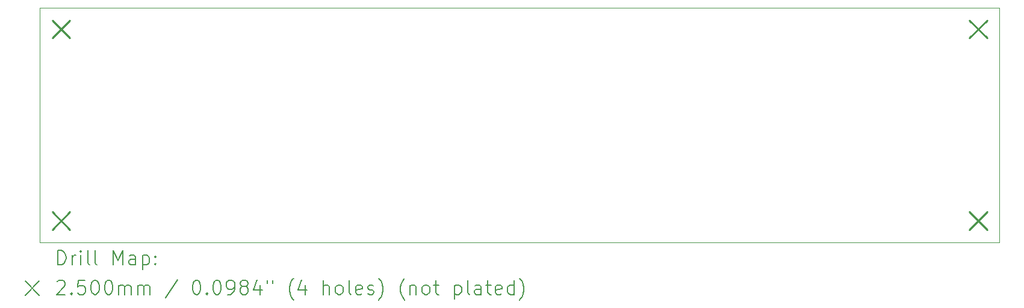
<source format=gbr>
%TF.GenerationSoftware,KiCad,Pcbnew,7.0.5*%
%TF.CreationDate,2023-07-11T17:47:13+06:00*%
%TF.ProjectId,Meteo_braslet,4d657465-6f5f-4627-9261-736c65742e6b,rev?*%
%TF.SameCoordinates,Original*%
%TF.FileFunction,Drillmap*%
%TF.FilePolarity,Positive*%
%FSLAX45Y45*%
G04 Gerber Fmt 4.5, Leading zero omitted, Abs format (unit mm)*
G04 Created by KiCad (PCBNEW 7.0.5) date 2023-07-11 17:47:13*
%MOMM*%
%LPD*%
G01*
G04 APERTURE LIST*
%ADD10C,0.100000*%
%ADD11C,0.200000*%
%ADD12C,0.250000*%
G04 APERTURE END LIST*
D10*
X3300000Y-3500000D02*
X16800000Y-3500000D01*
X16800000Y-6800000D01*
X3300000Y-6800000D01*
X3300000Y-3500000D01*
D11*
D12*
X3475000Y-3675000D02*
X3725000Y-3925000D01*
X3725000Y-3675000D02*
X3475000Y-3925000D01*
X3475000Y-6375000D02*
X3725000Y-6625000D01*
X3725000Y-6375000D02*
X3475000Y-6625000D01*
X16375000Y-3675000D02*
X16625000Y-3925000D01*
X16625000Y-3675000D02*
X16375000Y-3925000D01*
X16375000Y-6375000D02*
X16625000Y-6625000D01*
X16625000Y-6375000D02*
X16375000Y-6625000D01*
D11*
X3555777Y-7116484D02*
X3555777Y-6916484D01*
X3555777Y-6916484D02*
X3603396Y-6916484D01*
X3603396Y-6916484D02*
X3631967Y-6926008D01*
X3631967Y-6926008D02*
X3651015Y-6945055D01*
X3651015Y-6945055D02*
X3660539Y-6964103D01*
X3660539Y-6964103D02*
X3670062Y-7002198D01*
X3670062Y-7002198D02*
X3670062Y-7030769D01*
X3670062Y-7030769D02*
X3660539Y-7068865D01*
X3660539Y-7068865D02*
X3651015Y-7087912D01*
X3651015Y-7087912D02*
X3631967Y-7106960D01*
X3631967Y-7106960D02*
X3603396Y-7116484D01*
X3603396Y-7116484D02*
X3555777Y-7116484D01*
X3755777Y-7116484D02*
X3755777Y-6983150D01*
X3755777Y-7021246D02*
X3765301Y-7002198D01*
X3765301Y-7002198D02*
X3774824Y-6992674D01*
X3774824Y-6992674D02*
X3793872Y-6983150D01*
X3793872Y-6983150D02*
X3812920Y-6983150D01*
X3879586Y-7116484D02*
X3879586Y-6983150D01*
X3879586Y-6916484D02*
X3870062Y-6926008D01*
X3870062Y-6926008D02*
X3879586Y-6935531D01*
X3879586Y-6935531D02*
X3889110Y-6926008D01*
X3889110Y-6926008D02*
X3879586Y-6916484D01*
X3879586Y-6916484D02*
X3879586Y-6935531D01*
X4003396Y-7116484D02*
X3984348Y-7106960D01*
X3984348Y-7106960D02*
X3974824Y-7087912D01*
X3974824Y-7087912D02*
X3974824Y-6916484D01*
X4108158Y-7116484D02*
X4089110Y-7106960D01*
X4089110Y-7106960D02*
X4079586Y-7087912D01*
X4079586Y-7087912D02*
X4079586Y-6916484D01*
X4336729Y-7116484D02*
X4336729Y-6916484D01*
X4336729Y-6916484D02*
X4403396Y-7059341D01*
X4403396Y-7059341D02*
X4470063Y-6916484D01*
X4470063Y-6916484D02*
X4470063Y-7116484D01*
X4651015Y-7116484D02*
X4651015Y-7011722D01*
X4651015Y-7011722D02*
X4641491Y-6992674D01*
X4641491Y-6992674D02*
X4622444Y-6983150D01*
X4622444Y-6983150D02*
X4584348Y-6983150D01*
X4584348Y-6983150D02*
X4565301Y-6992674D01*
X4651015Y-7106960D02*
X4631967Y-7116484D01*
X4631967Y-7116484D02*
X4584348Y-7116484D01*
X4584348Y-7116484D02*
X4565301Y-7106960D01*
X4565301Y-7106960D02*
X4555777Y-7087912D01*
X4555777Y-7087912D02*
X4555777Y-7068865D01*
X4555777Y-7068865D02*
X4565301Y-7049817D01*
X4565301Y-7049817D02*
X4584348Y-7040293D01*
X4584348Y-7040293D02*
X4631967Y-7040293D01*
X4631967Y-7040293D02*
X4651015Y-7030769D01*
X4746253Y-6983150D02*
X4746253Y-7183150D01*
X4746253Y-6992674D02*
X4765301Y-6983150D01*
X4765301Y-6983150D02*
X4803396Y-6983150D01*
X4803396Y-6983150D02*
X4822444Y-6992674D01*
X4822444Y-6992674D02*
X4831967Y-7002198D01*
X4831967Y-7002198D02*
X4841491Y-7021246D01*
X4841491Y-7021246D02*
X4841491Y-7078388D01*
X4841491Y-7078388D02*
X4831967Y-7097436D01*
X4831967Y-7097436D02*
X4822444Y-7106960D01*
X4822444Y-7106960D02*
X4803396Y-7116484D01*
X4803396Y-7116484D02*
X4765301Y-7116484D01*
X4765301Y-7116484D02*
X4746253Y-7106960D01*
X4927205Y-7097436D02*
X4936729Y-7106960D01*
X4936729Y-7106960D02*
X4927205Y-7116484D01*
X4927205Y-7116484D02*
X4917682Y-7106960D01*
X4917682Y-7106960D02*
X4927205Y-7097436D01*
X4927205Y-7097436D02*
X4927205Y-7116484D01*
X4927205Y-6992674D02*
X4936729Y-7002198D01*
X4936729Y-7002198D02*
X4927205Y-7011722D01*
X4927205Y-7011722D02*
X4917682Y-7002198D01*
X4917682Y-7002198D02*
X4927205Y-6992674D01*
X4927205Y-6992674D02*
X4927205Y-7011722D01*
X3095000Y-7345000D02*
X3295000Y-7545000D01*
X3295000Y-7345000D02*
X3095000Y-7545000D01*
X3546253Y-7355531D02*
X3555777Y-7346008D01*
X3555777Y-7346008D02*
X3574824Y-7336484D01*
X3574824Y-7336484D02*
X3622443Y-7336484D01*
X3622443Y-7336484D02*
X3641491Y-7346008D01*
X3641491Y-7346008D02*
X3651015Y-7355531D01*
X3651015Y-7355531D02*
X3660539Y-7374579D01*
X3660539Y-7374579D02*
X3660539Y-7393627D01*
X3660539Y-7393627D02*
X3651015Y-7422198D01*
X3651015Y-7422198D02*
X3536729Y-7536484D01*
X3536729Y-7536484D02*
X3660539Y-7536484D01*
X3746253Y-7517436D02*
X3755777Y-7526960D01*
X3755777Y-7526960D02*
X3746253Y-7536484D01*
X3746253Y-7536484D02*
X3736729Y-7526960D01*
X3736729Y-7526960D02*
X3746253Y-7517436D01*
X3746253Y-7517436D02*
X3746253Y-7536484D01*
X3936729Y-7336484D02*
X3841491Y-7336484D01*
X3841491Y-7336484D02*
X3831967Y-7431722D01*
X3831967Y-7431722D02*
X3841491Y-7422198D01*
X3841491Y-7422198D02*
X3860539Y-7412674D01*
X3860539Y-7412674D02*
X3908158Y-7412674D01*
X3908158Y-7412674D02*
X3927205Y-7422198D01*
X3927205Y-7422198D02*
X3936729Y-7431722D01*
X3936729Y-7431722D02*
X3946253Y-7450769D01*
X3946253Y-7450769D02*
X3946253Y-7498388D01*
X3946253Y-7498388D02*
X3936729Y-7517436D01*
X3936729Y-7517436D02*
X3927205Y-7526960D01*
X3927205Y-7526960D02*
X3908158Y-7536484D01*
X3908158Y-7536484D02*
X3860539Y-7536484D01*
X3860539Y-7536484D02*
X3841491Y-7526960D01*
X3841491Y-7526960D02*
X3831967Y-7517436D01*
X4070062Y-7336484D02*
X4089110Y-7336484D01*
X4089110Y-7336484D02*
X4108158Y-7346008D01*
X4108158Y-7346008D02*
X4117682Y-7355531D01*
X4117682Y-7355531D02*
X4127205Y-7374579D01*
X4127205Y-7374579D02*
X4136729Y-7412674D01*
X4136729Y-7412674D02*
X4136729Y-7460293D01*
X4136729Y-7460293D02*
X4127205Y-7498388D01*
X4127205Y-7498388D02*
X4117682Y-7517436D01*
X4117682Y-7517436D02*
X4108158Y-7526960D01*
X4108158Y-7526960D02*
X4089110Y-7536484D01*
X4089110Y-7536484D02*
X4070062Y-7536484D01*
X4070062Y-7536484D02*
X4051015Y-7526960D01*
X4051015Y-7526960D02*
X4041491Y-7517436D01*
X4041491Y-7517436D02*
X4031967Y-7498388D01*
X4031967Y-7498388D02*
X4022443Y-7460293D01*
X4022443Y-7460293D02*
X4022443Y-7412674D01*
X4022443Y-7412674D02*
X4031967Y-7374579D01*
X4031967Y-7374579D02*
X4041491Y-7355531D01*
X4041491Y-7355531D02*
X4051015Y-7346008D01*
X4051015Y-7346008D02*
X4070062Y-7336484D01*
X4260539Y-7336484D02*
X4279586Y-7336484D01*
X4279586Y-7336484D02*
X4298634Y-7346008D01*
X4298634Y-7346008D02*
X4308158Y-7355531D01*
X4308158Y-7355531D02*
X4317682Y-7374579D01*
X4317682Y-7374579D02*
X4327205Y-7412674D01*
X4327205Y-7412674D02*
X4327205Y-7460293D01*
X4327205Y-7460293D02*
X4317682Y-7498388D01*
X4317682Y-7498388D02*
X4308158Y-7517436D01*
X4308158Y-7517436D02*
X4298634Y-7526960D01*
X4298634Y-7526960D02*
X4279586Y-7536484D01*
X4279586Y-7536484D02*
X4260539Y-7536484D01*
X4260539Y-7536484D02*
X4241491Y-7526960D01*
X4241491Y-7526960D02*
X4231967Y-7517436D01*
X4231967Y-7517436D02*
X4222444Y-7498388D01*
X4222444Y-7498388D02*
X4212920Y-7460293D01*
X4212920Y-7460293D02*
X4212920Y-7412674D01*
X4212920Y-7412674D02*
X4222444Y-7374579D01*
X4222444Y-7374579D02*
X4231967Y-7355531D01*
X4231967Y-7355531D02*
X4241491Y-7346008D01*
X4241491Y-7346008D02*
X4260539Y-7336484D01*
X4412920Y-7536484D02*
X4412920Y-7403150D01*
X4412920Y-7422198D02*
X4422444Y-7412674D01*
X4422444Y-7412674D02*
X4441491Y-7403150D01*
X4441491Y-7403150D02*
X4470063Y-7403150D01*
X4470063Y-7403150D02*
X4489110Y-7412674D01*
X4489110Y-7412674D02*
X4498634Y-7431722D01*
X4498634Y-7431722D02*
X4498634Y-7536484D01*
X4498634Y-7431722D02*
X4508158Y-7412674D01*
X4508158Y-7412674D02*
X4527205Y-7403150D01*
X4527205Y-7403150D02*
X4555777Y-7403150D01*
X4555777Y-7403150D02*
X4574825Y-7412674D01*
X4574825Y-7412674D02*
X4584348Y-7431722D01*
X4584348Y-7431722D02*
X4584348Y-7536484D01*
X4679586Y-7536484D02*
X4679586Y-7403150D01*
X4679586Y-7422198D02*
X4689110Y-7412674D01*
X4689110Y-7412674D02*
X4708158Y-7403150D01*
X4708158Y-7403150D02*
X4736729Y-7403150D01*
X4736729Y-7403150D02*
X4755777Y-7412674D01*
X4755777Y-7412674D02*
X4765301Y-7431722D01*
X4765301Y-7431722D02*
X4765301Y-7536484D01*
X4765301Y-7431722D02*
X4774825Y-7412674D01*
X4774825Y-7412674D02*
X4793872Y-7403150D01*
X4793872Y-7403150D02*
X4822444Y-7403150D01*
X4822444Y-7403150D02*
X4841491Y-7412674D01*
X4841491Y-7412674D02*
X4851015Y-7431722D01*
X4851015Y-7431722D02*
X4851015Y-7536484D01*
X5241491Y-7326960D02*
X5070063Y-7584103D01*
X5498634Y-7336484D02*
X5517682Y-7336484D01*
X5517682Y-7336484D02*
X5536729Y-7346008D01*
X5536729Y-7346008D02*
X5546253Y-7355531D01*
X5546253Y-7355531D02*
X5555777Y-7374579D01*
X5555777Y-7374579D02*
X5565301Y-7412674D01*
X5565301Y-7412674D02*
X5565301Y-7460293D01*
X5565301Y-7460293D02*
X5555777Y-7498388D01*
X5555777Y-7498388D02*
X5546253Y-7517436D01*
X5546253Y-7517436D02*
X5536729Y-7526960D01*
X5536729Y-7526960D02*
X5517682Y-7536484D01*
X5517682Y-7536484D02*
X5498634Y-7536484D01*
X5498634Y-7536484D02*
X5479587Y-7526960D01*
X5479587Y-7526960D02*
X5470063Y-7517436D01*
X5470063Y-7517436D02*
X5460539Y-7498388D01*
X5460539Y-7498388D02*
X5451015Y-7460293D01*
X5451015Y-7460293D02*
X5451015Y-7412674D01*
X5451015Y-7412674D02*
X5460539Y-7374579D01*
X5460539Y-7374579D02*
X5470063Y-7355531D01*
X5470063Y-7355531D02*
X5479587Y-7346008D01*
X5479587Y-7346008D02*
X5498634Y-7336484D01*
X5651015Y-7517436D02*
X5660539Y-7526960D01*
X5660539Y-7526960D02*
X5651015Y-7536484D01*
X5651015Y-7536484D02*
X5641491Y-7526960D01*
X5641491Y-7526960D02*
X5651015Y-7517436D01*
X5651015Y-7517436D02*
X5651015Y-7536484D01*
X5784348Y-7336484D02*
X5803396Y-7336484D01*
X5803396Y-7336484D02*
X5822444Y-7346008D01*
X5822444Y-7346008D02*
X5831967Y-7355531D01*
X5831967Y-7355531D02*
X5841491Y-7374579D01*
X5841491Y-7374579D02*
X5851015Y-7412674D01*
X5851015Y-7412674D02*
X5851015Y-7460293D01*
X5851015Y-7460293D02*
X5841491Y-7498388D01*
X5841491Y-7498388D02*
X5831967Y-7517436D01*
X5831967Y-7517436D02*
X5822444Y-7526960D01*
X5822444Y-7526960D02*
X5803396Y-7536484D01*
X5803396Y-7536484D02*
X5784348Y-7536484D01*
X5784348Y-7536484D02*
X5765301Y-7526960D01*
X5765301Y-7526960D02*
X5755777Y-7517436D01*
X5755777Y-7517436D02*
X5746253Y-7498388D01*
X5746253Y-7498388D02*
X5736729Y-7460293D01*
X5736729Y-7460293D02*
X5736729Y-7412674D01*
X5736729Y-7412674D02*
X5746253Y-7374579D01*
X5746253Y-7374579D02*
X5755777Y-7355531D01*
X5755777Y-7355531D02*
X5765301Y-7346008D01*
X5765301Y-7346008D02*
X5784348Y-7336484D01*
X5946253Y-7536484D02*
X5984348Y-7536484D01*
X5984348Y-7536484D02*
X6003396Y-7526960D01*
X6003396Y-7526960D02*
X6012920Y-7517436D01*
X6012920Y-7517436D02*
X6031967Y-7488865D01*
X6031967Y-7488865D02*
X6041491Y-7450769D01*
X6041491Y-7450769D02*
X6041491Y-7374579D01*
X6041491Y-7374579D02*
X6031967Y-7355531D01*
X6031967Y-7355531D02*
X6022444Y-7346008D01*
X6022444Y-7346008D02*
X6003396Y-7336484D01*
X6003396Y-7336484D02*
X5965301Y-7336484D01*
X5965301Y-7336484D02*
X5946253Y-7346008D01*
X5946253Y-7346008D02*
X5936729Y-7355531D01*
X5936729Y-7355531D02*
X5927206Y-7374579D01*
X5927206Y-7374579D02*
X5927206Y-7422198D01*
X5927206Y-7422198D02*
X5936729Y-7441246D01*
X5936729Y-7441246D02*
X5946253Y-7450769D01*
X5946253Y-7450769D02*
X5965301Y-7460293D01*
X5965301Y-7460293D02*
X6003396Y-7460293D01*
X6003396Y-7460293D02*
X6022444Y-7450769D01*
X6022444Y-7450769D02*
X6031967Y-7441246D01*
X6031967Y-7441246D02*
X6041491Y-7422198D01*
X6155777Y-7422198D02*
X6136729Y-7412674D01*
X6136729Y-7412674D02*
X6127206Y-7403150D01*
X6127206Y-7403150D02*
X6117682Y-7384103D01*
X6117682Y-7384103D02*
X6117682Y-7374579D01*
X6117682Y-7374579D02*
X6127206Y-7355531D01*
X6127206Y-7355531D02*
X6136729Y-7346008D01*
X6136729Y-7346008D02*
X6155777Y-7336484D01*
X6155777Y-7336484D02*
X6193872Y-7336484D01*
X6193872Y-7336484D02*
X6212920Y-7346008D01*
X6212920Y-7346008D02*
X6222444Y-7355531D01*
X6222444Y-7355531D02*
X6231967Y-7374579D01*
X6231967Y-7374579D02*
X6231967Y-7384103D01*
X6231967Y-7384103D02*
X6222444Y-7403150D01*
X6222444Y-7403150D02*
X6212920Y-7412674D01*
X6212920Y-7412674D02*
X6193872Y-7422198D01*
X6193872Y-7422198D02*
X6155777Y-7422198D01*
X6155777Y-7422198D02*
X6136729Y-7431722D01*
X6136729Y-7431722D02*
X6127206Y-7441246D01*
X6127206Y-7441246D02*
X6117682Y-7460293D01*
X6117682Y-7460293D02*
X6117682Y-7498388D01*
X6117682Y-7498388D02*
X6127206Y-7517436D01*
X6127206Y-7517436D02*
X6136729Y-7526960D01*
X6136729Y-7526960D02*
X6155777Y-7536484D01*
X6155777Y-7536484D02*
X6193872Y-7536484D01*
X6193872Y-7536484D02*
X6212920Y-7526960D01*
X6212920Y-7526960D02*
X6222444Y-7517436D01*
X6222444Y-7517436D02*
X6231967Y-7498388D01*
X6231967Y-7498388D02*
X6231967Y-7460293D01*
X6231967Y-7460293D02*
X6222444Y-7441246D01*
X6222444Y-7441246D02*
X6212920Y-7431722D01*
X6212920Y-7431722D02*
X6193872Y-7422198D01*
X6403396Y-7403150D02*
X6403396Y-7536484D01*
X6355777Y-7326960D02*
X6308158Y-7469817D01*
X6308158Y-7469817D02*
X6431967Y-7469817D01*
X6498634Y-7336484D02*
X6498634Y-7374579D01*
X6574825Y-7336484D02*
X6574825Y-7374579D01*
X6870063Y-7612674D02*
X6860539Y-7603150D01*
X6860539Y-7603150D02*
X6841491Y-7574579D01*
X6841491Y-7574579D02*
X6831968Y-7555531D01*
X6831968Y-7555531D02*
X6822444Y-7526960D01*
X6822444Y-7526960D02*
X6812920Y-7479341D01*
X6812920Y-7479341D02*
X6812920Y-7441246D01*
X6812920Y-7441246D02*
X6822444Y-7393627D01*
X6822444Y-7393627D02*
X6831968Y-7365055D01*
X6831968Y-7365055D02*
X6841491Y-7346008D01*
X6841491Y-7346008D02*
X6860539Y-7317436D01*
X6860539Y-7317436D02*
X6870063Y-7307912D01*
X7031968Y-7403150D02*
X7031968Y-7536484D01*
X6984348Y-7326960D02*
X6936729Y-7469817D01*
X6936729Y-7469817D02*
X7060539Y-7469817D01*
X7289110Y-7536484D02*
X7289110Y-7336484D01*
X7374825Y-7536484D02*
X7374825Y-7431722D01*
X7374825Y-7431722D02*
X7365301Y-7412674D01*
X7365301Y-7412674D02*
X7346253Y-7403150D01*
X7346253Y-7403150D02*
X7317682Y-7403150D01*
X7317682Y-7403150D02*
X7298634Y-7412674D01*
X7298634Y-7412674D02*
X7289110Y-7422198D01*
X7498634Y-7536484D02*
X7479587Y-7526960D01*
X7479587Y-7526960D02*
X7470063Y-7517436D01*
X7470063Y-7517436D02*
X7460539Y-7498388D01*
X7460539Y-7498388D02*
X7460539Y-7441246D01*
X7460539Y-7441246D02*
X7470063Y-7422198D01*
X7470063Y-7422198D02*
X7479587Y-7412674D01*
X7479587Y-7412674D02*
X7498634Y-7403150D01*
X7498634Y-7403150D02*
X7527206Y-7403150D01*
X7527206Y-7403150D02*
X7546253Y-7412674D01*
X7546253Y-7412674D02*
X7555777Y-7422198D01*
X7555777Y-7422198D02*
X7565301Y-7441246D01*
X7565301Y-7441246D02*
X7565301Y-7498388D01*
X7565301Y-7498388D02*
X7555777Y-7517436D01*
X7555777Y-7517436D02*
X7546253Y-7526960D01*
X7546253Y-7526960D02*
X7527206Y-7536484D01*
X7527206Y-7536484D02*
X7498634Y-7536484D01*
X7679587Y-7536484D02*
X7660539Y-7526960D01*
X7660539Y-7526960D02*
X7651015Y-7507912D01*
X7651015Y-7507912D02*
X7651015Y-7336484D01*
X7831968Y-7526960D02*
X7812920Y-7536484D01*
X7812920Y-7536484D02*
X7774825Y-7536484D01*
X7774825Y-7536484D02*
X7755777Y-7526960D01*
X7755777Y-7526960D02*
X7746253Y-7507912D01*
X7746253Y-7507912D02*
X7746253Y-7431722D01*
X7746253Y-7431722D02*
X7755777Y-7412674D01*
X7755777Y-7412674D02*
X7774825Y-7403150D01*
X7774825Y-7403150D02*
X7812920Y-7403150D01*
X7812920Y-7403150D02*
X7831968Y-7412674D01*
X7831968Y-7412674D02*
X7841491Y-7431722D01*
X7841491Y-7431722D02*
X7841491Y-7450769D01*
X7841491Y-7450769D02*
X7746253Y-7469817D01*
X7917682Y-7526960D02*
X7936730Y-7536484D01*
X7936730Y-7536484D02*
X7974825Y-7536484D01*
X7974825Y-7536484D02*
X7993872Y-7526960D01*
X7993872Y-7526960D02*
X8003396Y-7507912D01*
X8003396Y-7507912D02*
X8003396Y-7498388D01*
X8003396Y-7498388D02*
X7993872Y-7479341D01*
X7993872Y-7479341D02*
X7974825Y-7469817D01*
X7974825Y-7469817D02*
X7946253Y-7469817D01*
X7946253Y-7469817D02*
X7927206Y-7460293D01*
X7927206Y-7460293D02*
X7917682Y-7441246D01*
X7917682Y-7441246D02*
X7917682Y-7431722D01*
X7917682Y-7431722D02*
X7927206Y-7412674D01*
X7927206Y-7412674D02*
X7946253Y-7403150D01*
X7946253Y-7403150D02*
X7974825Y-7403150D01*
X7974825Y-7403150D02*
X7993872Y-7412674D01*
X8070063Y-7612674D02*
X8079587Y-7603150D01*
X8079587Y-7603150D02*
X8098634Y-7574579D01*
X8098634Y-7574579D02*
X8108158Y-7555531D01*
X8108158Y-7555531D02*
X8117682Y-7526960D01*
X8117682Y-7526960D02*
X8127206Y-7479341D01*
X8127206Y-7479341D02*
X8127206Y-7441246D01*
X8127206Y-7441246D02*
X8117682Y-7393627D01*
X8117682Y-7393627D02*
X8108158Y-7365055D01*
X8108158Y-7365055D02*
X8098634Y-7346008D01*
X8098634Y-7346008D02*
X8079587Y-7317436D01*
X8079587Y-7317436D02*
X8070063Y-7307912D01*
X8431968Y-7612674D02*
X8422444Y-7603150D01*
X8422444Y-7603150D02*
X8403396Y-7574579D01*
X8403396Y-7574579D02*
X8393873Y-7555531D01*
X8393873Y-7555531D02*
X8384349Y-7526960D01*
X8384349Y-7526960D02*
X8374825Y-7479341D01*
X8374825Y-7479341D02*
X8374825Y-7441246D01*
X8374825Y-7441246D02*
X8384349Y-7393627D01*
X8384349Y-7393627D02*
X8393873Y-7365055D01*
X8393873Y-7365055D02*
X8403396Y-7346008D01*
X8403396Y-7346008D02*
X8422444Y-7317436D01*
X8422444Y-7317436D02*
X8431968Y-7307912D01*
X8508158Y-7403150D02*
X8508158Y-7536484D01*
X8508158Y-7422198D02*
X8517682Y-7412674D01*
X8517682Y-7412674D02*
X8536730Y-7403150D01*
X8536730Y-7403150D02*
X8565301Y-7403150D01*
X8565301Y-7403150D02*
X8584349Y-7412674D01*
X8584349Y-7412674D02*
X8593873Y-7431722D01*
X8593873Y-7431722D02*
X8593873Y-7536484D01*
X8717682Y-7536484D02*
X8698634Y-7526960D01*
X8698634Y-7526960D02*
X8689111Y-7517436D01*
X8689111Y-7517436D02*
X8679587Y-7498388D01*
X8679587Y-7498388D02*
X8679587Y-7441246D01*
X8679587Y-7441246D02*
X8689111Y-7422198D01*
X8689111Y-7422198D02*
X8698634Y-7412674D01*
X8698634Y-7412674D02*
X8717682Y-7403150D01*
X8717682Y-7403150D02*
X8746254Y-7403150D01*
X8746254Y-7403150D02*
X8765301Y-7412674D01*
X8765301Y-7412674D02*
X8774825Y-7422198D01*
X8774825Y-7422198D02*
X8784349Y-7441246D01*
X8784349Y-7441246D02*
X8784349Y-7498388D01*
X8784349Y-7498388D02*
X8774825Y-7517436D01*
X8774825Y-7517436D02*
X8765301Y-7526960D01*
X8765301Y-7526960D02*
X8746254Y-7536484D01*
X8746254Y-7536484D02*
X8717682Y-7536484D01*
X8841492Y-7403150D02*
X8917682Y-7403150D01*
X8870063Y-7336484D02*
X8870063Y-7507912D01*
X8870063Y-7507912D02*
X8879587Y-7526960D01*
X8879587Y-7526960D02*
X8898634Y-7536484D01*
X8898634Y-7536484D02*
X8917682Y-7536484D01*
X9136730Y-7403150D02*
X9136730Y-7603150D01*
X9136730Y-7412674D02*
X9155777Y-7403150D01*
X9155777Y-7403150D02*
X9193873Y-7403150D01*
X9193873Y-7403150D02*
X9212920Y-7412674D01*
X9212920Y-7412674D02*
X9222444Y-7422198D01*
X9222444Y-7422198D02*
X9231968Y-7441246D01*
X9231968Y-7441246D02*
X9231968Y-7498388D01*
X9231968Y-7498388D02*
X9222444Y-7517436D01*
X9222444Y-7517436D02*
X9212920Y-7526960D01*
X9212920Y-7526960D02*
X9193873Y-7536484D01*
X9193873Y-7536484D02*
X9155777Y-7536484D01*
X9155777Y-7536484D02*
X9136730Y-7526960D01*
X9346254Y-7536484D02*
X9327206Y-7526960D01*
X9327206Y-7526960D02*
X9317682Y-7507912D01*
X9317682Y-7507912D02*
X9317682Y-7336484D01*
X9508158Y-7536484D02*
X9508158Y-7431722D01*
X9508158Y-7431722D02*
X9498635Y-7412674D01*
X9498635Y-7412674D02*
X9479587Y-7403150D01*
X9479587Y-7403150D02*
X9441492Y-7403150D01*
X9441492Y-7403150D02*
X9422444Y-7412674D01*
X9508158Y-7526960D02*
X9489111Y-7536484D01*
X9489111Y-7536484D02*
X9441492Y-7536484D01*
X9441492Y-7536484D02*
X9422444Y-7526960D01*
X9422444Y-7526960D02*
X9412920Y-7507912D01*
X9412920Y-7507912D02*
X9412920Y-7488865D01*
X9412920Y-7488865D02*
X9422444Y-7469817D01*
X9422444Y-7469817D02*
X9441492Y-7460293D01*
X9441492Y-7460293D02*
X9489111Y-7460293D01*
X9489111Y-7460293D02*
X9508158Y-7450769D01*
X9574825Y-7403150D02*
X9651015Y-7403150D01*
X9603396Y-7336484D02*
X9603396Y-7507912D01*
X9603396Y-7507912D02*
X9612920Y-7526960D01*
X9612920Y-7526960D02*
X9631968Y-7536484D01*
X9631968Y-7536484D02*
X9651015Y-7536484D01*
X9793873Y-7526960D02*
X9774825Y-7536484D01*
X9774825Y-7536484D02*
X9736730Y-7536484D01*
X9736730Y-7536484D02*
X9717682Y-7526960D01*
X9717682Y-7526960D02*
X9708158Y-7507912D01*
X9708158Y-7507912D02*
X9708158Y-7431722D01*
X9708158Y-7431722D02*
X9717682Y-7412674D01*
X9717682Y-7412674D02*
X9736730Y-7403150D01*
X9736730Y-7403150D02*
X9774825Y-7403150D01*
X9774825Y-7403150D02*
X9793873Y-7412674D01*
X9793873Y-7412674D02*
X9803396Y-7431722D01*
X9803396Y-7431722D02*
X9803396Y-7450769D01*
X9803396Y-7450769D02*
X9708158Y-7469817D01*
X9974825Y-7536484D02*
X9974825Y-7336484D01*
X9974825Y-7526960D02*
X9955777Y-7536484D01*
X9955777Y-7536484D02*
X9917682Y-7536484D01*
X9917682Y-7536484D02*
X9898635Y-7526960D01*
X9898635Y-7526960D02*
X9889111Y-7517436D01*
X9889111Y-7517436D02*
X9879587Y-7498388D01*
X9879587Y-7498388D02*
X9879587Y-7441246D01*
X9879587Y-7441246D02*
X9889111Y-7422198D01*
X9889111Y-7422198D02*
X9898635Y-7412674D01*
X9898635Y-7412674D02*
X9917682Y-7403150D01*
X9917682Y-7403150D02*
X9955777Y-7403150D01*
X9955777Y-7403150D02*
X9974825Y-7412674D01*
X10051016Y-7612674D02*
X10060539Y-7603150D01*
X10060539Y-7603150D02*
X10079587Y-7574579D01*
X10079587Y-7574579D02*
X10089111Y-7555531D01*
X10089111Y-7555531D02*
X10098635Y-7526960D01*
X10098635Y-7526960D02*
X10108158Y-7479341D01*
X10108158Y-7479341D02*
X10108158Y-7441246D01*
X10108158Y-7441246D02*
X10098635Y-7393627D01*
X10098635Y-7393627D02*
X10089111Y-7365055D01*
X10089111Y-7365055D02*
X10079587Y-7346008D01*
X10079587Y-7346008D02*
X10060539Y-7317436D01*
X10060539Y-7317436D02*
X10051016Y-7307912D01*
M02*

</source>
